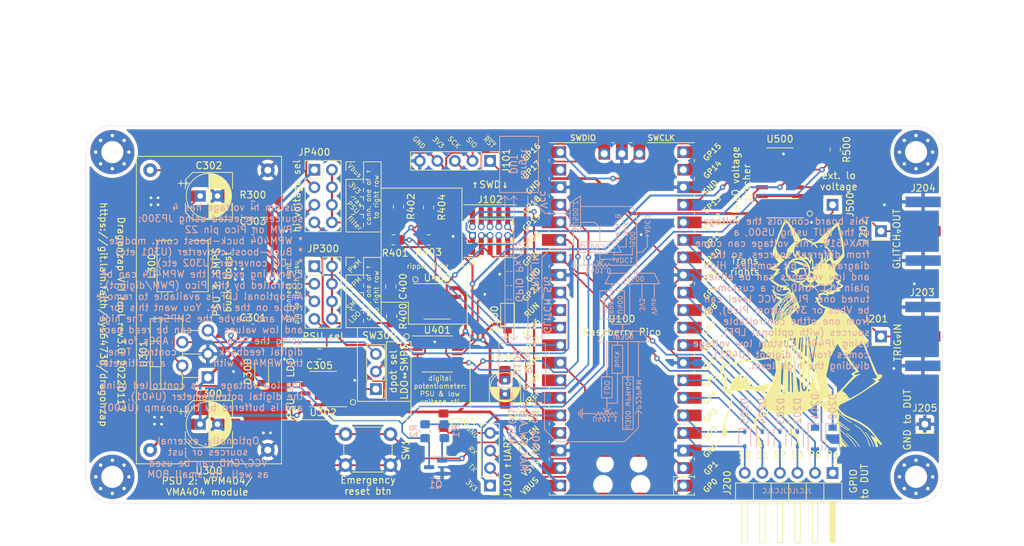
<source format=kicad_pcb>
(kicad_pcb (version 20211014) (generator pcbnew)

  (general
    (thickness 1.6)
  )

  (paper "A4")
  (layers
    (0 "F.Cu" signal)
    (31 "B.Cu" signal)
    (32 "B.Adhes" user "B.Adhesive")
    (33 "F.Adhes" user "F.Adhesive")
    (34 "B.Paste" user)
    (35 "F.Paste" user)
    (36 "B.SilkS" user "B.Silkscreen")
    (37 "F.SilkS" user "F.Silkscreen")
    (38 "B.Mask" user)
    (39 "F.Mask" user)
    (40 "Dwgs.User" user "User.Drawings")
    (41 "Cmts.User" user "User.Comments")
    (42 "Eco1.User" user "User.Eco1")
    (43 "Eco2.User" user "User.Eco2")
    (44 "Edge.Cuts" user)
    (45 "Margin" user)
    (46 "B.CrtYd" user "B.Courtyard")
    (47 "F.CrtYd" user "F.Courtyard")
    (48 "B.Fab" user)
    (49 "F.Fab" user)
  )

  (setup
    (stackup
      (layer "F.SilkS" (type "Top Silk Screen"))
      (layer "F.Paste" (type "Top Solder Paste"))
      (layer "F.Mask" (type "Top Solder Mask") (thickness 0.01))
      (layer "F.Cu" (type "copper") (thickness 0.035))
      (layer "dielectric 1" (type "core") (thickness 1.51) (material "FR4") (epsilon_r 4.5) (loss_tangent 0.02))
      (layer "B.Cu" (type "copper") (thickness 0.035))
      (layer "B.Mask" (type "Bottom Solder Mask") (thickness 0.01))
      (layer "B.Paste" (type "Bottom Solder Paste"))
      (layer "B.SilkS" (type "Bottom Silk Screen"))
      (copper_finish "None")
      (dielectric_constraints no)
    )
    (pad_to_mask_clearance 0)
    (pcbplotparams
      (layerselection 0x00010fc_ffffffff)
      (disableapertmacros false)
      (usegerberextensions false)
      (usegerberattributes true)
      (usegerberadvancedattributes true)
      (creategerberjobfile true)
      (svguseinch false)
      (svgprecision 6)
      (excludeedgelayer true)
      (plotframeref false)
      (viasonmask false)
      (mode 1)
      (useauxorigin false)
      (hpglpennumber 1)
      (hpglpenspeed 20)
      (hpglpendiameter 15.000000)
      (dxfpolygonmode true)
      (dxfimperialunits true)
      (dxfusepcbnewfont true)
      (psnegative false)
      (psa4output false)
      (plotreference true)
      (plotvalue true)
      (plotinvisibletext false)
      (sketchpadsonfab false)
      (subtractmaskfromsilk false)
      (outputformat 1)
      (mirror false)
      (drillshape 0)
      (scaleselection 1)
      (outputdirectory "dragonzap/gerber/")
    )
  )

  (net 0 "")
  (net 1 "GND")
  (net 2 "VBUS")
  (net 3 "+3V3")
  (net 4 "+3.3VADC")
  (net 5 "Net-(D100-Pad1)")
  (net 6 "UART_RX")
  (net 7 "UART_TX")
  (net 8 "/controller/SWDIO")
  (net 9 "/controller/SWCLK")
  (net 10 "unconnected-(J102-Pad8)")
  (net 11 "unconnected-(J102-Pad7)")
  (net 12 "unconnected-(J102-Pad6)")
  (net 13 "GPIO_P0D")
  (net 14 "GPIO_P0W")
  (net 15 "GPIO_P1D")
  (net 16 "GPIO_P1W")
  (net 17 "TRIG_IN")
  (net 18 "GLITCH_OUT")
  (net 19 "P22PWM")
  (net 20 "ADC0")
  (net 21 "ADC1")
  (net 22 "/psu/FB_LDO")
  (net 23 "/psu/FB_SMPS")
  (net 24 "GPIO_S3W")
  (net 25 "GPIO_S3D")
  (net 26 "GPIO_S2W")
  (net 27 "GPIO_S2D")
  (net 28 "GPIO_S1W")
  (net 29 "GPIO_S1D")
  (net 30 "GPIO_S0W")
  (net 31 "GPIO_S0D")
  (net 32 "DPOT_DAT")
  (net 33 "DPOT_CLK")
  (net 34 "unconnected-(U100-Pad22)")
  (net 35 "MAX_SW_B")
  (net 36 "MAX_SW_A")
  (net 37 "MAX_EN")
  (net 38 "DPOT_HI")
  (net 39 "Net-(C400-Pad1)")
  (net 40 "Net-(D300-Pad1)")
  (net 41 "Vdcflt")
  (net 42 "Vdclo")
  (net 43 "GLITCH_SIG")
  (net 44 "DPOT_W")
  (net 45 "Net-(J500-Pad1)")
  (net 46 "DPOT_LO")
  (net 47 "unconnected-(U100-Pad30)")
  (net 48 "Net-(JP400-Pad4)")
  (net 49 "Net-(JP300-Pad2)")
  (net 50 "Net-(C302-Pad1)")
  (net 51 "Net-(C305-Pad1)")
  (net 52 "EMERG_SHDN")
  (net 53 "~{EMERG_SHDN}")
  (net 54 "unconnected-(U100-Pad34)")
  (net 55 "unconnected-(U100-Pad39)")
  (net 56 "unconnected-(U302-Pad4)")
  (net 57 "unconnected-(U302-Pad6)")
  (net 58 "Net-(R403-Pad1)")
  (net 59 "unconnected-(U302-Pad7)")
  (net 60 "unconnected-(U401-Pad13)")
  (net 61 "Net-(U500-Pad13)")
  (net 62 "/glitchout/Vdclo_def")

  (footprint "MCU_RaspberryPi_and_Boards:RPi_Pico_SMD_TH" (layer "F.Cu") (at 157.48 83.82 180))

  (footprint "Connector_PinHeader_2.54mm:PinHeader_1x04_P2.54mm_Vertical" (layer "F.Cu") (at 138.43 107.95 180))

  (footprint "Resistor_SMD:R_0805_2012Metric_Pad1.20x1.40mm_HandSolder" (layer "F.Cu") (at 129.54 67.675 90))

  (footprint "Capacitor_SMD:CP_Elec_6.3x5.3" (layer "F.Cu") (at 97.79 66.04))

  (footprint "Resistor_SMD:R_0805_2012Metric_Pad1.20x1.40mm_HandSolder" (layer "F.Cu") (at 124.46 72.39))

  (footprint "Package_SO:SO-8_3.9x4.9mm_P1.27mm" (layer "F.Cu") (at 130.81 81.28))

  (footprint "Capacitor_THT:CP_Radial_D6.3mm_P2.50mm" (layer "F.Cu") (at 96.52 66.04))

  (footprint "Capacitor_SMD:C_0805_2012Metric_Pad1.18x1.45mm_HandSolder" (layer "F.Cu") (at 131.699 98.552 -90))

  (footprint "Package_SO:HSOP-8-1EP_3.9x4.9mm_P1.27mm_EP2.41x3.1mm" (layer "F.Cu") (at 114.3 93.98 180))

  (footprint "Capacitor_SMD:CP_Elec_4x3.9" (layer "F.Cu") (at 140.589 93.726 -90))

  (footprint "Diode_SMD:D_SOD-123" (layer "F.Cu") (at 105.41 91.44 90))

  (footprint "Connector_PinHeader_2.54mm:PinHeader_1x01_P2.54mm_Vertical" (layer "F.Cu") (at 194.945 71.12))

  (footprint "Button_Switch_THT:SW_PUSH_6mm" (layer "F.Cu") (at 117.527 100.493))

  (footprint "Connector_PinHeader_2.54mm:PinHeader_1x06_P2.54mm_Horizontal" (layer "F.Cu") (at 187.96 106.115 -90))

  (footprint "Resistor_SMD:R_0805_2012Metric_Pad1.20x1.40mm_HandSolder" (layer "F.Cu") (at 124.206 83.439 -90))

  (footprint "Capacitor_SMD:C_0603_1608Metric_Pad1.08x0.95mm_HandSolder" (layer "F.Cu") (at 104.14 85.09))

  (footprint "Connector_PinHeader_2.54mm:PinHeader_1x05_P2.54mm_Vertical" (layer "F.Cu") (at 138.43 60.96 -90))

  (footprint "Connector_PinHeader_2.54mm:PinHeader_1x03_P2.54mm_Vertical" (layer "F.Cu") (at 121.92 93.98 180))

  (footprint "Inductor_SMD:L_7.3x7.3_H4.5" (layer "F.Cu") (at 93.98 76.2 90))

  (footprint "Package_SO:TSSOP-14_4.4x5mm_P0.65mm" (layer "F.Cu") (at 130.81 88.9))

  (footprint "Package_SO:SO-16_3.9x9.9mm_P1.27mm" (layer "F.Cu") (at 180.34 64.135 180))

  (footprint "Capacitor_THT:CP_Radial_D4.0mm_P2.00mm" (layer "F.Cu") (at 140.589 92.71 -90))

  (footprint "MountingHole:MountingHole_3.2mm_M3_Pad_Via" (layer "F.Cu") (at 83.82 106.68))

  (footprint "MountingHole:MountingHole_3.2mm_M3_Pad_Via" (layer "F.Cu") (at 83.82 59.69))

  (footprint "Capacitor_SMD:C_0603_1608Metric_Pad1.08x0.95mm_HandSolder" (layer "F.Cu") (at 104.14 71.12))

  (footprint "Connector_PinHeader_2.54mm:PinHeader_1x01_P2.54mm_Vertical" (layer "F.Cu") (at 201.295 99.06))

  (footprint "Package_TO_SOT_THT:TO-220-5_P3.4x3.7mm_StaggerOdd_Lead3.8mm_Vertical" (layer "F.Cu") (at 97.63 92.3 90))

  (footprint "Connector_PinHeader_2.54mm:PinHeader_1x01_P2.54mm_Vertical" (layer "F.Cu") (at 187.96 67.31 180))

  (footprint "Resistor_SMD:R_0805_2012Metric_Pad1.20x1.40mm_HandSolder" (layer "F.Cu") (at 129.54 72.39 180))

  (footprint "Diode_SMD:D_SOD-123" (layer "F.Cu") (at 140.97 83.82 -90))

  (footprint "Capacitor_SMD:C_0805_2012Metric_Pad1.18x1.45mm_HandSolder" (layer "F.Cu") (at 113.7705 88.9 180))

  (footprint "Connector_Coaxial:SMA_Amphenol_132289_EdgeMount" (layer "F.Cu")
    (tedit 5A1C1810) (tstamp ad437278-bbd2-4a43-99cb-51e51762a8d3)
    (at 201.041 71.138)
    (descr "http://www.amphenolrf.com/132289.html")
    (tags "SMA")
    (property "Sheetfile" "gpio.kicad_sch")
    (property "Sheetname" "gpio")
    (path "/00000000-0000-0000-0000-000061ca9826/00000000-0000-0000-0000-0000624c0685")
    (attr smd)
    (fp_text reference "J204" (at 0 -6.241 180) (layer "F.SilkS")
      (effects (font (size 1 1) (thickness 0.15)))
      (tstamp 22d464c6-72d8-4902-9692-dba24d8c5eeb)
    )
    (fp_text value "Conn_01x01_MountingPin" (at 5 6) (layer "F.Fab")
      (effects (font (size 1 1) (thickness 0.15)))
      (tstamp c85fb29b-e3d6-4265-ad84-81d343ae4cfc)
    )
    (fp_text user "${REFERENCE}" (at 4.79 0 270) (layer "F.Fab")
      (effects (font (size 1 1) (thickness 0.15)))
      (tstamp 84f175d8-d76a-4264-bb1f-60bedf52fd39)
    )
    (fp_line (start -3.21 0) (end -3.71 -0.25) (layer "F.SilkS") (width 0.12) (tstamp 13c521bd-63f5-42a8-ad69-2c85482b225a))
    (fp_line (start -3.71 -0.25) (end -3.71 0.25) (layer "F.SilkS") (width 0.12) (tstamp 8c3aef16-78ad-446d-98dc-ff48ffd791f4))
    (fp_line (start -3.71 0.25) (end -3.21 0) (layer "F.SilkS") (width 0.12) (tstamp b081b074-3171-4535-9bf1-f0e71da78e2a))
    (fp_line (start -3.04 5.58) (end -3.04 -5.58) (layer "B.CrtYd") (width 0.05) (tstamp 0730adea-81a1-4a16-b234-8593e2de6ad4))
    (fp_line (start 14.47 5.58) (end -3.04 5.58) (layer "B.CrtYd") (width 0.05) (tstamp 51aecb44-b850-4b4f-a730-eacda830621c))
    (fp_line (start 14.47 -5.58) (end 14.47 5.58) (layer "B.CrtYd") (width 0.05) (tstamp 5595eeb4-f057-40f7-9141-b39aabd80bc8))
    (fp_line (start 14.47 -5.58) (end -3.04 -5.58) (layer "B.CrtYd") (width 0.05) (tstamp 7fbbbf87-4e3a-48ce-b9e3-cd5e8e67af8d))
    (fp_line (start 14.47 5.58) (end -3.04 5.58) (layer "F.CrtYd") (width 0.05) (tstamp 0e39d3d8-acd4-43a2-867b-ce1cbe008d6b))
    (fp_line (start -3.04 5.58) (end -3.04 -5.58) (layer "F.CrtYd") (width 0.05) (tstamp 3678b294-5dc1-47d3-aab2-57d30c7b7570))
    (fp_line (start 14.47 -5.58) (end -3.04 -5.58) (layer "F.CrtYd") (width 0.05) (tstamp b9035079-28fb-4a9c-98bd-0c7f8ab4051f))
    (fp_line (start 14.47 -5.58) (end 14.47 5.58) (layer "F.CrtYd") (width 0.05) (tstamp fd930f2f-d108-4483-b61d-e7a018d24a0f))
    (fp_line (start 4.445 -3.81) (end 4.445 -5.08) (layer "F.Fab") (width 0.1) (tstamp 0635dfd8-d7e2-40a9-bba4-3a99e6aa65d4))
    (fp_line (start -1.91 -3.81) (end 2.54 -3.81) (layer "F.Fab") (width 0.1) (tstamp 0f7a0b01-3bd7-4d47-8f4f-f5f519d4669a))
    (fp_line (start -1.91 5.08) (end 4.445 5.08) (layer "F.Fab") (width 0.1) (tstamp 0fbee6bf-201a-4b6d-b6b4-996362b817b1))
    (fp_line (start -1.91 -5.08) (end -1.91 -3.81) (layer "F.Fab") (width 0.1) (tstamp 11dd97ea-df12-412f-8842-dd7795014d43))
    (fp_line (start 4.445 5.08) (end 4.445 3.81) (layer "F.Fab") (width 0.1) (tstamp 151c5cb7-74e1-4c8d-8361-e8d2297b52d1))
    (fp_line (start -1.91 -5.08) (end 4.445 -5.08) (layer "F.Fab") (width 0.1) (tstamp 15cf2775-cba9-4f59-96ea-352d97da57e8))
    (fp_line (start 2.54 3.81) (end -1.91 3.81) (layer "F.Fab") (width 0.1) (tstamp 3d945047-48f0-4d4f-aee4-b410e2bf9bea))
    (fp_line (start -1.91 3.81) (end -1.91 5.08) (layer "F.Fab") (width 0.1) (tstamp 5ca4bd45-1787-4312-83c0-a3f1408075fd))
    (fp_line (start 2.54 -0.75) (end 3.54 0) (layer "F.Fab") (width 0.1) (tstamp bcb0961d-37ce-4b05-8ef8-01898062ff20))
    (fp_line (start 4.445 -3.81) (end 13.97 -3.81) (layer "F.Fab") (width 0.1) (tstamp dbf747b7-ed74-47d7-a612-ad23bc343f73))
    (fp_line (start 2.54 -3.81) (end 2.54 3.81) (layer "F.Fab") (width 0.1) (tstamp dd844173-7319-421c-a691-361e86ee9e3c))
    (fp_line (start 13.97 3.81) (end 4.445 3.81) (layer "F.Fab") (width 0.1) (tstamp e73f775d-6244-4d4a-88d8-4f672a86b2e0)
... [986105 chars truncated]
</source>
